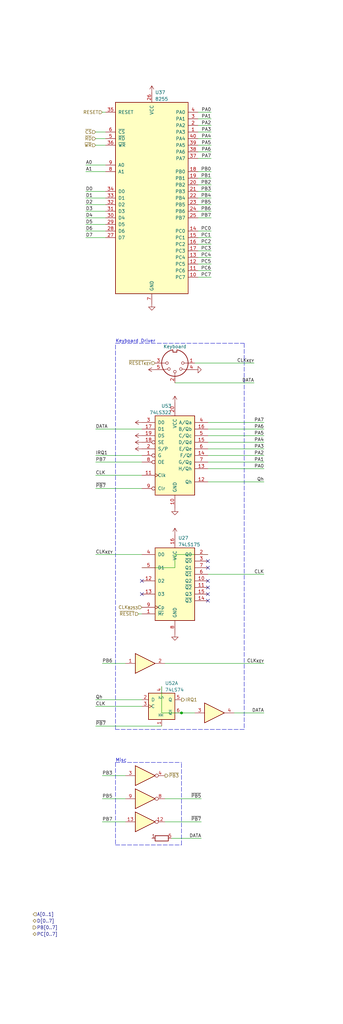
<source format=kicad_sch>
(kicad_sch (version 20211123) (generator eeschema)
  (paper "User" 132.004 394.005)
  (title_block (title "8255 Peripheral Interface"))
  (lib_symbols
    (symbol "74xx:74LS04"
      (property "Reference" "U" (at 0 1.27 0))
      (property "Value" "74LS04" (at 0 -1.27 0))
      (symbol "74LS04_1_0"
        (polyline (pts (xy -3.81 3.81) (xy -3.81 -3.81) (xy 3.81 0) (xy -3.81 3.81)) (stroke (width 0.254)) (fill (type background)))
        (pin input line (at -7.62 0 0) (length 3.81) (name "~") (number "1"))
        (pin output inverted (at 7.62 0 180) (length 3.81) (name "~") (number "2"))
      )
      (symbol "74LS04_2_0"
        (polyline (pts (xy -3.81 3.81) (xy -3.81 -3.81) (xy 3.81 0) (xy -3.81 3.81)) (stroke (width 0.254)) (fill (type background)))
        (pin input line (at -7.62 0 0) (length 3.81) (name "~") (number "3"))
        (pin output inverted (at 7.62 0 180) (length 3.81) (name "~") (number "4"))
      )
      (symbol "74LS04_3_0"
        (polyline (pts (xy -3.81 3.81) (xy -3.81 -3.81) (xy 3.81 0) (xy -3.81 3.81)) (stroke (width 0.254)) (fill (type background)))
        (pin input line (at -7.62 0 0) (length 3.81) (name "~") (number "5"))
        (pin output inverted (at 7.62 0 180) (length 3.81) (name "~") (number "6"))
      )
      (symbol "74LS04_4_0"
        (polyline (pts (xy -3.81 3.81) (xy -3.81 -3.81) (xy 3.81 0) (xy -3.81 3.81)) (stroke (width 0.254)) (fill (type background)))
        (pin output inverted (at 7.62 0 180) (length 3.81) (name "~") (number "8"))
        (pin input line (at -7.62 0 0) (length 3.81) (name "~") (number "9"))
      )
      (symbol "74LS04_5_0"
        (polyline (pts (xy -3.81 3.81) (xy -3.81 -3.81) (xy 3.81 0) (xy -3.81 3.81)) (stroke (width 0.254)) (fill (type background)))
        (pin output inverted (at 7.62 0 180) (length 3.81) (name "~") (number "10"))
        (pin input line (at -7.62 0 0) (length 3.81) (name "~") (number "11"))
      )
      (symbol "74LS04_6_0"
        (polyline (pts (xy -3.81 3.81) (xy -3.81 -3.81) (xy 3.81 0) (xy -3.81 3.81)) (stroke (width 0.254)) (fill (type background)))
        (pin output inverted (at 7.62 0 180) (length 3.81) (name "~") (number "12"))
        (pin input line (at -7.62 0 0) (length 3.81) (name "~") (number "13"))
      )
      (symbol "74LS04_7_0"
        (pin power_in line (at 0 12.7 270) (length 5.08) (name "VCC") (number "14"))
        (pin power_in line (at 0 -12.7 90) (length 5.08) (name "GND") (number "7"))
      )
      (symbol "74LS04_7_1"
        (rectangle (start -5.08 7.62) (end 5.08 -7.62) (stroke (width 0.254)) (fill (type background)))
      )
    )
    (symbol "74xx:74LS07" (pin_names (offset 1.016))
      (property "Reference" "U" (at 0 1.27 0))
      (property "Value" "74LS07" (at 0 -1.27 0))
      (symbol "74LS07_1_0"
        (polyline (pts (xy -3.81 3.81) (xy -3.81 -3.81) (xy 3.81 0) (xy -3.81 3.81)) (stroke (width 0.254)) (fill (type background)))
        (pin input line (at -7.62 0 0) (length 3.81) (name "~") (number "1"))
        (pin open_collector line (at 7.62 0 180) (length 3.81) (name "~") (number "2"))
      )
      (symbol "74LS07_2_0"
        (polyline (pts (xy -3.81 3.81) (xy -3.81 -3.81) (xy 3.81 0) (xy -3.81 3.81)) (stroke (width 0.254)) (fill (type background)))
        (pin input line (at -7.62 0 0) (length 3.81) (name "~") (number "3"))
        (pin open_collector line (at 7.62 0 180) (length 3.81) (name "~") (number "4"))
      )
      (symbol "74LS07_3_0"
        (polyline (pts (xy -3.81 3.81) (xy -3.81 -3.81) (xy 3.81 0) (xy -3.81 3.81)) (stroke (width 0.254)) (fill (type background)))
        (pin input line (at -7.62 0 0) (length 3.81) (name "~") (number "5"))
        (pin open_collector line (at 7.62 0 180) (length 3.81) (name "~") (number "6"))
      )
      (symbol "74LS07_4_0"
        (polyline (pts (xy -3.81 3.81) (xy -3.81 -3.81) (xy 3.81 0) (xy -3.81 3.81)) (stroke (width 0.254)) (fill (type background)))
        (pin open_collector line (at 7.62 0 180) (length 3.81) (name "~") (number "8"))
        (pin input line (at -7.62 0 0) (length 3.81) (name "~") (number "9"))
      )
      (symbol "74LS07_5_0"
        (polyline (pts (xy -3.81 3.81) (xy -3.81 -3.81) (xy 3.81 0) (xy -3.81 3.81)) (stroke (width 0.254)) (fill (type background)))
        (pin open_collector line (at 7.62 0 180) (length 3.81) (name "~") (number "10"))
        (pin input line (at -7.62 0 0) (length 3.81) (name "~") (number "11"))
      )
      (symbol "74LS07_6_0"
        (polyline (pts (xy -3.81 3.81) (xy -3.81 -3.81) (xy 3.81 0) (xy -3.81 3.81)) (stroke (width 0.254)) (fill (type background)))
        (pin open_collector line (at 7.62 0 180) (length 3.81) (name "~") (number "12"))
        (pin input line (at -7.62 0 0) (length 3.81) (name "~") (number "13"))
      )
      (symbol "74LS07_7_0"
        (pin power_in line (at 0 12.7 270) (length 5.08) (name "VCC") (number "14"))
        (pin power_in line (at 0 -12.7 90) (length 5.08) (name "GND") (number "7"))
      )
      (symbol "74LS07_7_1"
        (rectangle (start -5.08 7.62) (end 5.08 -7.62) (stroke (width 0.254)) (fill (type background)))
      )
    )
    (symbol "74xx:74LS175" (pin_names (offset 1.016))
      (property "Reference" "U" (at -7.62 13.97 0))
      (property "Value" "74LS175" (at -7.62 -16.51 0))
      (symbol "74LS175_1_0"
        (pin input line (at -12.7 -12.7 0) (length 5.08) (name "~{Mr}") (number "1"))
        (pin output line (at 12.7 0 180) (length 5.08) (name "Q2") (number "10"))
        (pin output line (at 12.7 -2.54 180) (length 5.08) (name "~{Q2}") (number "11"))
        (pin input line (at -12.7 0 0) (length 5.08) (name "D2") (number "12"))
        (pin input line (at -12.7 -5.08 0) (length 5.08) (name "D3") (number "13"))
        (pin output line (at 12.7 -7.62 180) (length 5.08) (name "~{Q3}") (number "14"))
        (pin output line (at 12.7 -5.08 180) (length 5.08) (name "Q3") (number "15"))
        (pin power_in line (at 0 17.78 270) (length 5.08) (name "VCC") (number "16"))
        (pin output line (at 12.7 10.16 180) (length 5.08) (name "Q0") (number "2"))
        (pin output line (at 12.7 7.62 180) (length 5.08) (name "~{Q0}") (number "3"))
        (pin input line (at -12.7 10.16 0) (length 5.08) (name "D0") (number "4"))
        (pin input line (at -12.7 5.08 0) (length 5.08) (name "D1") (number "5"))
        (pin output line (at 12.7 2.54 180) (length 5.08) (name "~{Q1}") (number "6"))
        (pin output line (at 12.7 5.08 180) (length 5.08) (name "Q1") (number "7"))
        (pin power_in line (at 0 -20.32 90) (length 5.08) (name "GND") (number "8"))
        (pin input clock (at -12.7 -10.16 0) (length 5.08) (name "Cp") (number "9"))
      )
      (symbol "74LS175_1_1"
        (rectangle (start -7.62 12.7) (end 7.62 -15.24) (stroke (width 0.254)) (fill (type background)))
      )
    )
    (symbol "74xx:74LS322" (pin_names (offset 1.016))
      (property "Reference" "U" (at -7.62 16.51 0))
      (property "Value" "74LS322" (at -7.62 -16.51 0))
      (symbol "74LS322_1_0"
        (pin input inverted (at -12.7 0 0) (length 5.08) (name "G") (number "1"))
        (pin power_in line (at 0 -20.32 90) (length 5.08) (name "GND") (number "10"))
        (pin input clock (at -12.7 -7.62 0) (length 5.08) (name "Clk") (number "11"))
        (pin output line (at 12.7 -10.16 180) (length 5.08) (name "Qh") (number "12"))
        (pin tri_state line (at 12.7 -5.08 180) (length 5.08) (name "H/Qh") (number "13"))
        (pin tri_state line (at 12.7 0 180) (length 5.08) (name "F/Qf") (number "14"))
        (pin tri_state line (at 12.7 5.08 180) (length 5.08) (name "D/Qd") (number "15"))
        (pin tri_state line (at 12.7 10.16 180) (length 5.08) (name "B/Qb") (number "16"))
        (pin input line (at -12.7 10.16 0) (length 5.08) (name "D1") (number "17"))
        (pin input inverted (at -12.7 5.08 0) (length 5.08) (name "SE") (number "18"))
        (pin input line (at -12.7 7.62 0) (length 5.08) (name "DS") (number "19"))
        (pin input line (at -12.7 2.54 0) (length 5.08) (name "S/P") (number "2"))
        (pin power_in line (at 0 20.32 270) (length 5.08) (name "VCC") (number "20"))
        (pin input line (at -12.7 12.7 0) (length 5.08) (name "D0") (number "3"))
        (pin tri_state line (at 12.7 12.7 180) (length 5.08) (name "A/Qa") (number "4"))
        (pin tri_state line (at 12.7 7.62 180) (length 5.08) (name "C/Qc") (number "5"))
        (pin tri_state line (at 12.7 2.54 180) (length 5.08) (name "E/Qe") (number "6"))
        (pin tri_state line (at 12.7 -2.54 180) (length 5.08) (name "G/Qg") (number "7"))
        (pin input inverted (at -12.7 -2.54 0) (length 5.08) (name "OE") (number "8"))
        (pin input inverted (at -12.7 -12.7 0) (length 5.08) (name "Clr") (number "9"))
      )
      (symbol "74LS322_1_1"
        (rectangle (start -7.62 15.24) (end 7.62 -15.24) (stroke (width 0.254)) (fill (type background)))
      )
    )
    (symbol "74xx:74LS74" (pin_names (offset 1.016))
      (property "Reference" "U" (at -7.62 8.89 0))
      (property "Value" "74LS74" (at -7.62 -8.89 0))
      (symbol "74LS74_1_0"
        (pin input line (at 0 -7.62 90) (length 2.54) (name "~{R}") (number "1"))
        (pin input line (at -7.62 2.54 0) (length 2.54) (name "D") (number "2"))
        (pin input clock (at -7.62 0 0) (length 2.54) (name "C") (number "3"))
        (pin input line (at 0 7.62 270) (length 2.54) (name "~{S}") (number "4"))
        (pin output line (at 7.62 2.54 180) (length 2.54) (name "Q") (number "5"))
        (pin output line (at 7.62 -2.54 180) (length 2.54) (name "~{Q}") (number "6"))
      )
      (symbol "74LS74_1_1"
        (rectangle (start -5.08 5.08) (end 5.08 -5.08) (stroke (width 0.254)) (fill (type background)))
      )
      (symbol "74LS74_2_0"
        (pin input line (at 0 7.62 270) (length 2.54) (name "~{S}") (number "10"))
        (pin input clock (at -7.62 0 0) (length 2.54) (name "C") (number "11"))
        (pin input line (at -7.62 2.54 0) (length 2.54) (name "D") (number "12"))
        (pin input line (at 0 -7.62 90) (length 2.54) (name "~{R}") (number "13"))
        (pin output line (at 7.62 -2.54 180) (length 2.54) (name "~{Q}") (number "8"))
        (pin output line (at 7.62 2.54 180) (length 2.54) (name "Q") (number "9"))
      )
      (symbol "74LS74_2_1"
        (rectangle (start -5.08 5.08) (end 5.08 -5.08) (stroke (width 0.254)) (fill (type background)))
      )
      (symbol "74LS74_3_0"
        (pin power_in line (at 0 10.16 270) (length 2.54) (name "VCC") (number "14"))
        (pin power_in line (at 0 -10.16 90) (length 2.54) (name "GND") (number "7"))
      )
      (symbol "74LS74_3_1"
        (rectangle (start -5.08 7.62) (end 5.08 -7.62) (stroke (width 0.254)) (fill (type background)))
      )
    )
    (symbol "Connector:DIN-5_180degree" (pin_names (offset 1.016))
      (property "Reference" "J" (at 3.175 5.715 0))
      (property "Value" "DIN-5_180degree" (at 0 -6.35 0))
      (symbol "DIN-5_180degree_0_1"
        (arc (start -5.08 0) (mid -3.8609 -3.3364) (end -0.762 -5.08) (stroke (width 0.254)))
        (circle (center -3.048 0) (radius 0.508))
        (circle (center -2.286 2.286) (radius 0.508))
        (polyline (pts (xy -5.08 0) (xy -3.556 0)))
        (polyline (pts (xy 0 5.08) (xy 0 3.81)))
        (polyline (pts (xy 5.08 0) (xy 3.556 0)))
        (polyline (pts (xy -5.08 2.54) (xy -4.318 2.54) (xy -2.794 2.286)))
        (polyline (pts (xy 5.08 2.54) (xy 4.318 2.54) (xy 2.794 2.286)))
        (polyline (pts (xy -0.762 -4.953) (xy -0.762 -4.191) (xy 0.762 -4.191) (xy 0.762 -4.953)) (stroke (width 0.254)))
        (circle (center 0 3.302) (radius 0.508))
        (arc (start 0.762 -5.08) (mid 3.8685 -3.343) (end 5.08 0) (stroke (width 0.254)))
        (circle (center 2.286 2.286) (radius 0.508))
        (circle (center 3.048 0) (radius 0.508))
        (arc (start 5.08 0) (mid 0 5.08) (end -5.08 0) (stroke (width 0.254)))
      )
      (symbol "DIN-5_180degree_1_1"
        (pin passive line (at -7.62 0 0) (length 2.54) (name "~") (number "1"))
        (pin passive line (at 0 7.62 270) (length 2.54) (name "~") (number "2"))
        (pin passive line (at 7.62 0 180) (length 2.54) (name "~") (number "3"))
        (pin passive line (at -7.62 2.54 0) (length 2.54) (name "~") (number "4"))
        (pin passive line (at 7.62 2.54 180) (length 2.54) (name "~") (number "5"))
      )
    )
    (symbol "Device:R_Network09_Split" (pin_names (offset 0) hide)
      (property "Reference" "RN" (at 2.032 0 90))
      (property "Value" "R_Network09_Split" (at 0 0 90))
      (symbol "R_Network09_Split_0_1"
        (rectangle (start 1.016 2.54) (end -1.016 -2.54) (stroke (width 0.254)))
      )
      (symbol "R_Network09_Split_1_1"
        (pin passive line (at 0 3.81 270) (length 1.27) (name "R1.1") (number "1"))
        (pin passive line (at 0 -3.81 90) (length 1.27) (name "R1.2") (number "2"))
      )
      (symbol "R_Network09_Split_2_1"
        (polyline (pts (xy 0 2.54) (xy 0 3.81)))
        (text "1" (at 0.889 3.175 900) (effects (font (size 1.27 1.27))))
        (pin passive line (at 0 -3.81 90) (length 1.27) (name "R2.2") (number "3"))
      )
      (symbol "R_Network09_Split_3_1"
        (polyline (pts (xy 0 2.54) (xy 0 3.81)))
        (text "1" (at 0.889 3.175 900) (effects (font (size 1.27 1.27))))
        (pin passive line (at 0 -3.81 90) (length 1.27) (name "R3.2") (number "4"))
      )
      (symbol "R_Network09_Split_4_1"
        (polyline (pts (xy 0 2.54) (xy 0 3.81)))
        (text "1" (at 0.889 3.175 900) (effects (font (size 1.27 1.27))))
        (pin passive line (at 0 -3.81 90) (length 1.27) (name "R4.2") (number "5"))
      )
      (symbol "R_Network09_Split_5_1"
        (polyline (pts (xy 0 2.54) (xy 0 3.81)))
        (text "1" (at 0.889 3.175 900) (effects (font (size 1.27 1.27))))
        (pin passive line (at 0 -3.81 90) (length 1.27) (name "R5.2") (number "6"))
      )
      (symbol "R_Network09_Split_6_1"
        (polyline (pts (xy 0 2.54) (xy 0 3.81)))
        (text "1" (at 0.889 3.175 900) (effects (font (size 1.27 1.27))))
        (pin passive line (at 0 -3.81 90) (length 1.27) (name "R6.2") (number "7"))
      )
      (symbol "R_Network09_Split_7_1"
        (polyline (pts (xy 0 2.54) (xy 0 3.81)))
        (text "1" (at 0.889 3.175 900) (effects (font (size 1.27 1.27))))
        (pin passive line (at 0 -3.81 90) (length 1.27) (name "R7.2") (number "8"))
      )
      (symbol "R_Network09_Split_8_1"
        (polyline (pts (xy 0 2.54) (xy 0 3.81)))
        (text "1" (at 0.889 3.175 900) (effects (font (size 1.27 1.27))))
        (pin passive line (at 0 -3.81 90) (length 1.27) (name "R8.2") (number "9"))
      )
      (symbol "R_Network09_Split_9_1"
        (polyline (pts (xy 0 2.54) (xy 0 3.81)))
        (text "1" (at 0.889 3.175 900) (effects (font (size 1.27 1.27))))
        (pin passive line (at 0 -3.81 90) (length 1.27) (name "R9.2") (number "10"))
      )
    )
    (symbol "Interface:8255" (pin_names (offset 1.016))
      (property "Reference" "U" (at -13.97 38.1 0))
      (property "Value" "8255" (at 8.89 38.1 0))
      (symbol "8255_1_1"
        (rectangle (start -13.97 -36.83) (end 13.97 36.83) (stroke (width 0.254)) (fill (type background)))
        (pin bidirectional line (at 17.78 25.4 180) (length 3.81) (name "PA3") (number "1"))
        (pin bidirectional line (at 17.78 -30.48 180) (length 3.81) (name "PC7") (number "10"))
        (pin bidirectional line (at 17.78 -27.94 180) (length 3.81) (name "PC6") (number "11"))
        (pin bidirectional line (at 17.78 -25.4 180) (length 3.81) (name "PC5") (number "12"))
        (pin bidirectional line (at 17.78 -22.86 180) (length 3.81) (name "PC4") (number "13"))
        (pin bidirectional line (at 17.78 -12.7 180) (length 3.81) (name "PC0") (number "14"))
        (pin bidirectional line (at 17.78 -15.24 180) (length 3.81) (name "PC1") (number "15"))
        (pin bidirectional line (at 17.78 -17.78 180) (length 3.81) (name "PC2") (number "16"))
        (pin bidirectional line (at 17.78 -20.32 180) (length 3.81) (name "PC3") (number "17"))
        (pin bidirectional line (at 17.78 10.16 180) (length 3.81) (name "PB0") (number "18"))
        (pin bidirectional line (at 17.78 7.62 180) (length 3.81) (name "PB1") (number "19"))
        (pin bidirectional line (at 17.78 27.94 180) (length 3.81) (name "PA2") (number "2"))
        (pin bidirectional line (at 17.78 5.08 180) (length 3.81) (name "PB2") (number "20"))
        (pin bidirectional line (at 17.78 2.54 180) (length 3.81) (name "PB3") (number "21"))
        (pin bidirectional line (at 17.78 0 180) (length 3.81) (name "PB4") (number "22"))
        (pin bidirectional line (at 17.78 -2.54 180) (length 3.81) (name "PB5") (number "23"))
        (pin bidirectional line (at 17.78 -5.08 180) (length 3.81) (name "PB6") (number "24"))
        (pin bidirectional line (at 17.78 -7.62 180) (length 3.81) (name "PB7") (number "25"))
        (pin power_in line (at 0 40.64 270) (length 3.81) (name "VCC") (number "26"))
        (pin bidirectional line (at -17.78 -15.24 0) (length 3.81) (name "D7") (number "27"))
        (pin bidirectional line (at -17.78 -12.7 0) (length 3.81) (name "D6") (number "28"))
        (pin bidirectional line (at -17.78 -10.16 0) (length 3.81) (name "D5") (number "29"))
        (pin bidirectional line (at 17.78 30.48 180) (length 3.81) (name "PA1") (number "3"))
        (pin bidirectional line (at -17.78 -7.62 0) (length 3.81) (name "D4") (number "30"))
        (pin bidirectional line (at -17.78 -5.08 0) (length 3.81) (name "D3") (number "31"))
        (pin bidirectional line (at -17.78 -2.54 0) (length 3.81) (name "D2") (number "32"))
        (pin bidirectional line (at -17.78 0 0) (length 3.81) (name "D1") (number "33"))
        (pin bidirectional line (at -17.78 2.54 0) (length 3.81) (name "D0") (number "34"))
        (pin input line (at -17.78 33.02 0) (length 3.81) (name "RESET") (number "35"))
        (pin input line (at -17.78 20.32 0) (length 3.81) (name "~{WR}") (number "36"))
        (pin bidirectional line (at 17.78 15.24 180) (length 3.81) (name "PA7") (number "37"))
        (pin bidirectional line (at 17.78 17.78 180) (length 3.81) (name "PA6") (number "38"))
        (pin bidirectional line (at 17.78 20.32 180) (length 3.81) (name "PA5") (number "39"))
        (pin bidirectional line (at 17.78 33.02 180) (length 3.81) (name "PA0") (number "4"))
        (pin bidirectional line (at 17.78 22.86 180) (length 3.81) (name "PA4") (number "40"))
        (pin input line (at -17.78 22.86 0) (length 3.81) (name "~{RD}") (number "5"))
        (pin input line (at -17.78 25.4 0) (length 3.81) (name "~{CS}") (number "6"))
        (pin power_in line (at 0 -40.64 90) (length 3.81) (name "GND") (number "7"))
        (pin input line (at -17.78 10.16 0) (length 3.81) (name "A1") (number "8"))
        (pin input line (at -17.78 12.7 0) (length 3.81) (name "A0") (number "9"))
      )
    )
    (symbol "power:GND" (power) (pin_names (offset 0))
      (property "Value" "GND" (at 0 -3.81 0))
      (symbol "GND_0_1"
        (polyline (pts (xy 0 0) (xy 0 -1.27) (xy 1.27 -1.27) (xy 0 -2.54) (xy -1.27 -1.27) (xy 0 -1.27)))
      )
      (symbol "GND_1_1"
        (pin power_in line (at 0 0 270) (length 0) hide (name "GND") (number "1"))
      )
    )
    (symbol "power:VCC" (power) (pin_names (offset 0))
      (property "Value" "VCC" (at 0 3.81 0))
      (symbol "VCC_0_1"
        (polyline (pts (xy -0.762 1.27) (xy 0 2.54)))
        (polyline (pts (xy 0 0) (xy 0 2.54)))
        (polyline (pts (xy 0 2.54) (xy 0.762 1.27)))
      )
      (symbol "VCC_1_1"
        (pin power_in line (at 0 0 90) (length 0) hide (name "VCC") (number "1"))
      )
    )
  )
  (junction (at 69.85 274.32))
  (no_connect (at 54.61 223.52))
  (no_connect (at 54.61 228.6))
  (no_connect (at 80.01 231.14))
  (no_connect (at 80.01 228.6))
  (no_connect (at 80.01 223.52))
  (no_connect (at 80.01 226.06))
  (no_connect (at 80.01 218.44))
  (no_connect (at 80.01 215.9))
  (wire (pts (xy 36.83 271.78) (xy 54.61 271.78)))
  (wire (pts (xy 76.2 78.74) (xy 81.28 78.74)))
  (wire (pts (xy 33.02 66.04) (xy 40.64 66.04)))
  (wire (pts (xy 39.37 43.18) (xy 40.64 43.18)))
  (polyline (pts (xy 44.45 280.67) (xy 44.45 132.08)))
  (wire (pts (xy 33.02 83.82) (xy 40.64 83.82)))
  (wire (pts (xy 62.23 264.16) (xy 62.23 274.32)))
  (wire (pts (xy 62.23 274.32) (xy 69.85 274.32)))
  (polyline (pts (xy 44.45 293.37) (xy 44.45 325.12)))
  (wire (pts (xy 76.2 96.52) (xy 81.28 96.52)))
  (wire (pts (xy 76.2 71.12) (xy 81.28 71.12)))
  (wire (pts (xy 80.01 213.36) (xy 67.31 213.36)))
  (wire (pts (xy 54.61 165.1) (xy 36.83 165.1)))
  (wire (pts (xy 76.2 53.34) (xy 81.28 53.34)))
  (wire (pts (xy 101.6 162.56) (xy 80.01 162.56)))
  (wire (pts (xy 33.02 81.28) (xy 40.64 81.28)))
  (wire (pts (xy 76.2 91.44) (xy 81.28 91.44)))
  (wire (pts (xy 101.6 175.26) (xy 80.01 175.26)))
  (wire (pts (xy 33.02 86.36) (xy 40.64 86.36)))
  (polyline (pts (xy 44.45 293.37) (xy 69.85 293.37)))
  (wire (pts (xy 54.61 175.26) (xy 36.83 175.26)))
  (wire (pts (xy 54.61 177.8) (xy 36.83 177.8)))
  (wire (pts (xy 101.6 165.1) (xy 80.01 165.1)))
  (wire (pts (xy 74.93 139.7) (xy 97.79 139.7)))
  (wire (pts (xy 101.6 185.42) (xy 80.01 185.42)))
  (wire (pts (xy 76.2 83.82) (xy 81.28 83.82)))
  (wire (pts (xy 76.2 60.96) (xy 81.28 60.96)))
  (wire (pts (xy 101.6 180.34) (xy 80.01 180.34)))
  (wire (pts (xy 76.2 101.6) (xy 81.28 101.6)))
  (polyline (pts (xy 93.98 280.67) (xy 44.45 280.67)))
  (wire (pts (xy 36.83 50.8) (xy 40.64 50.8)))
  (wire (pts (xy 101.6 167.64) (xy 80.01 167.64)))
  (wire (pts (xy 67.31 147.32) (xy 97.79 147.32)))
  (wire (pts (xy 54.61 187.96) (xy 36.83 187.96)))
  (wire (pts (xy 76.2 81.28) (xy 81.28 81.28)))
  (wire (pts (xy 54.61 213.36) (xy 36.83 213.36)))
  (wire (pts (xy 76.2 55.88) (xy 81.28 55.88)))
  (wire (pts (xy 76.2 93.98) (xy 81.28 93.98)))
  (wire (pts (xy 76.2 58.42) (xy 81.28 58.42)))
  (wire (pts (xy 54.61 182.88) (xy 36.83 182.88)))
  (wire (pts (xy 76.2 99.06) (xy 81.28 99.06)))
  (wire (pts (xy 80.01 220.98) (xy 101.6 220.98)))
  (wire (pts (xy 53.34 236.22) (xy 54.61 236.22)))
  (wire (pts (xy 39.37 298.45) (xy 48.26 298.45)))
  (wire (pts (xy 101.6 177.8) (xy 80.01 177.8)))
  (polyline (pts (xy 69.85 325.12) (xy 69.85 293.37)))
  (wire (pts (xy 76.2 43.18) (xy 81.28 43.18)))
  (wire (pts (xy 101.6 170.18) (xy 80.01 170.18)))
  (wire (pts (xy 39.37 316.23) (xy 48.26 316.23)))
  (wire (pts (xy 36.83 269.24) (xy 54.61 269.24)))
  (wire (pts (xy 33.02 88.9) (xy 40.64 88.9)))
  (polyline (pts (xy 93.98 132.08) (xy 93.98 280.67)))
  (wire (pts (xy 63.5 307.34) (xy 77.47 307.34)))
  (wire (pts (xy 39.37 307.34) (xy 48.26 307.34)))
  (wire (pts (xy 36.83 55.88) (xy 40.64 55.88)))
  (wire (pts (xy 76.2 48.26) (xy 81.28 48.26)))
  (wire (pts (xy 36.83 53.34) (xy 40.64 53.34)))
  (polyline (pts (xy 44.45 132.08) (xy 93.98 132.08)))
  (wire (pts (xy 76.2 88.9) (xy 81.28 88.9)))
  (wire (pts (xy 76.2 66.04) (xy 81.28 66.04)))
  (wire (pts (xy 76.2 106.68) (xy 81.28 106.68)))
  (wire (pts (xy 76.2 68.58) (xy 81.28 68.58)))
  (wire (pts (xy 33.02 76.2) (xy 40.64 76.2)))
  (wire (pts (xy 76.2 73.66) (xy 81.28 73.66)))
  (wire (pts (xy 63.5 316.23) (xy 77.47 316.23)))
  (wire (pts (xy 33.02 78.74) (xy 40.64 78.74)))
  (wire (pts (xy 66.04 322.58) (xy 77.47 322.58)))
  (wire (pts (xy 101.6 172.72) (xy 80.01 172.72)))
  (wire (pts (xy 33.02 91.44) (xy 40.64 91.44)))
  (wire (pts (xy 33.02 73.66) (xy 40.64 73.66)))
  (wire (pts (xy 74.93 274.32) (xy 69.85 274.32)))
  (wire (pts (xy 76.2 45.72) (xy 81.28 45.72)))
  (wire (pts (xy 76.2 76.2) (xy 81.28 76.2)))
  (wire (pts (xy 63.5 255.27) (xy 101.6 255.27)))
  (polyline (pts (xy 44.45 325.12) (xy 69.85 325.12)))
  (wire (pts (xy 36.83 279.4) (xy 62.23 279.4)))
  (wire (pts (xy 33.02 63.5) (xy 40.64 63.5)))
  (wire (pts (xy 90.17 274.32) (xy 101.6 274.32)))
  (wire (pts (xy 67.31 213.36) (xy 67.31 218.44)))
  (wire (pts (xy 76.2 104.14) (xy 81.28 104.14)))
  (wire (pts (xy 67.31 218.44) (xy 54.61 218.44)))
  (wire (pts (xy 76.2 50.8) (xy 81.28 50.8)))
  (wire (pts (xy 39.37 255.27) (xy 48.26 255.27)))
  (text "Keyboard Driver" (at 44.45 132.08 0) (effects (font (size 1.27 1.27)) (justify left bottom)))
  (text "Misc" (at 44.45 293.37 0) (effects (font (size 1.27 1.27)) (justify left bottom)))
  (label "D0" (at 33.02 73.66 0))
  (label "PA7" (at 81.28 60.96 180))
  (label "PC7" (at 81.28 106.68 180))
  (label "PA1" (at 101.6 177.8 180))
  (label "PA3" (at 101.6 172.72 180))
  (label "PA3" (at 81.28 50.8 180))
  (label "A1" (at 33.02 66.04 0))
  (label "PC1" (at 81.28 91.44 180))
  (label "CLK" (at 36.83 271.78 0))
  (label "PA6" (at 101.6 165.1 180))
  (label "DATA" (at 97.79 147.32 180))
  (label "DATA" (at 36.83 165.1 0))
  (label "PB0" (at 81.28 66.04 180))
  (label "D2" (at 33.02 78.74 0))
  (label "D7" (at 33.02 91.44 0))
  (label "PA0" (at 101.6 180.34 180))
  (label "PA4" (at 101.6 170.18 180))
  (label "CLK_{KEY}" (at 101.6 255.27 180))
  (label "~{PB7}" (at 77.47 316.23 180))
  (label "PB5" (at 39.37 307.34 0))
  (label "PA4" (at 81.28 53.34 180))
  (label "PB7" (at 81.28 83.82 180))
  (label "~{PB5}" (at 77.47 307.34 180))
  (label "CLK_{KEY}" (at 97.79 139.7 180))
  (label "PB7" (at 36.83 177.8 0))
  (label "DATA" (at 77.47 322.58 180))
  (label "D6" (at 33.02 88.9 0))
  (label "CLK" (at 101.6 220.98 180))
  (label "PB5" (at 81.28 78.74 180))
  (label "D5" (at 33.02 86.36 0))
  (label "PC6" (at 81.28 104.14 180))
  (label "PC2" (at 81.28 93.98 180))
  (label "PA2" (at 81.28 48.26 180))
  (label "PB3" (at 81.28 73.66 180))
  (label "PB1" (at 81.28 68.58 180))
  (label "PB7" (at 39.37 316.23 0))
  (label "PA5" (at 81.28 55.88 180))
  (label "PC5" (at 81.28 101.6 180))
  (label "PB3" (at 39.37 298.45 0))
  (label "CLK_{KEY}" (at 36.83 213.36 0))
  (label "Qh" (at 101.6 185.42 180))
  (label "IRQ1" (at 36.83 175.26 0))
  (label "PA1" (at 81.28 45.72 180))
  (label "A0" (at 33.02 63.5 0))
  (label "PB4" (at 81.28 76.2 180))
  (label "PC0" (at 81.28 88.9 180))
  (label "PC4" (at 81.28 99.06 180))
  (label "PB6" (at 81.28 81.28 180))
  (label "D3" (at 33.02 81.28 0))
  (label "D4" (at 33.02 83.82 0))
  (label "~{PB7}" (at 36.83 187.96 0))
  (label "CLK" (at 36.83 182.88 0))
  (label "Qh" (at 36.83 269.24 0))
  (label "PA2" (at 101.6 175.26 180))
  (label "PA5" (at 101.6 167.64 180))
  (label "PB2" (at 81.28 71.12 180))
  (label "PA7" (at 101.6 162.56 180))
  (label "D1" (at 33.02 76.2 0))
  (label "PA0" (at 81.28 43.18 180))
  (label "~{PB7}" (at 36.83 279.4 0))
  (label "PA6" (at 81.28 58.42 180))
  (label "DATA" (at 101.6 274.32 180))
  (label "PC3" (at 81.28 96.52 180))
  (label "PB6" (at 39.37 255.27 0))
  (hierarchical_label "A[0..1]" (shape input) (at 12.7 351.79 0))
  (hierarchical_label "~{PB3}" (shape output) (at 63.5 298.45 0))
  (hierarchical_label "D[0..7]" (shape bidirectional) (at 12.7 354.33 0))
  (hierarchical_label "PC[0..7]" (shape bidirectional) (at 12.7 359.41 0))
  (hierarchical_label "~{RESET}" (shape input) (at 53.34 236.22 180))
  (hierarchical_label "RESET" (shape input) (at 39.37 43.18 180))
  (hierarchical_label "PB[0..7]" (shape output) (at 12.7 356.87 0))
  (hierarchical_label "~{WR}" (shape input) (at 36.83 55.88 180))
  (hierarchical_label "~{CS}" (shape input) (at 36.83 50.8 180))
  (hierarchical_label "~{RD}" (shape input) (at 36.83 53.34 180))
  (hierarchical_label "~{RESET_{KEY}}" (shape input) (at 59.69 139.7 180))
  (hierarchical_label "IRQ1" (shape output) (at 69.85 269.24 0))
  (hierarchical_label "CLK_{8253}" (shape input) (at 54.61 233.68 180))
  (symbol (lib_id "74xx:74LS07") (at 82.55 274.32 0) (unit 2)
    (property "Reference" "U19" (effects hide))
    (property "Value" "74LS07" (effects hide))
    (property "Datasheet" "www.ti.com/lit/ds/symlink/sn74ls07.pdf" (effects hide))
  )
  (symbol (lib_id "Connector:DIN-5_180degree") (at 67.31 139.7 180) (unit 1)
    (property "Reference" "J?" (effects hide))
    (property "Value" "Keyboard" (at 67.31 133.35 0))
    (property "Datasheet" "http://www.mouser.com/ds/2/18/40_c091_abd_e-75918.pdf" (effects hide))
  )
  (symbol (lib_id "power:GND") (at 67.31 195.58 0) (mirror y) (unit 1)
    (property "Reference" "#PWR0273" (effects hide))
    (property "Value" "GND" (effects hide))
  )
  (symbol (lib_id "power:GND") (at 74.93 142.24 90) (unit 1)
    (property "Reference" "#PWR0272" (effects hide))
    (property "Value" "GND" (effects hide))
  )
  (symbol (lib_id "74xx:74LS07") (at 55.88 255.27 0) (mirror x) (unit 1)
    (property "Reference" "U19" (effects hide))
    (property "Value" "74LS07" (effects hide))
    (property "Datasheet" "www.ti.com/lit/ds/symlink/sn74ls07.pdf" (effects hide))
  )
  (symbol (lib_id "power:VCC") (at 58.42 35.56 0) (unit 1)
    (property "Reference" "#PWR0275" (effects hide))
    (property "Value" "VCC" (effects hide))
  )
  (symbol (lib_id "74xx:74LS74") (at 62.23 271.78 0) (unit 1)
    (property "Reference" "U52" (at 63.5 262.89 0) (effects (justify left)))
    (property "Value" "74LS74" (at 63.5 265.43 0) (effects (justify left)))
    (property "Datasheet" "74xx/74hc_hct74.pdf" (effects hide))
  )
  (symbol (lib_id "74xx:74LS04") (at 55.88 298.45 0) (unit 2)
    (property "Reference" "U18" (effects hide))
    (property "Value" "74LS04" (effects hide))
    (property "Datasheet" "http://www.ti.com/lit/gpn/sn74LS04" (effects hide))
  )
  (symbol (lib_id "power:GND") (at 67.31 243.84 0) (unit 1)
    (property "Reference" "#PWR0274" (effects hide))
    (property "Value" "GND" (effects hide))
  )
  (symbol (lib_id "power:VCC") (at 67.31 205.74 0) (unit 1)
    (property "Reference" "#PWR0271" (effects hide))
    (property "Value" "VCC" (effects hide))
  )
  (symbol (lib_id "Interface:8255") (at 58.42 76.2 0) (unit 1)
    (property "Reference" "U37" (at 59.69 35.56 0) (effects (justify left)))
    (property "Value" "8255" (at 59.69 38.1 0) (effects (justify left)))
    (property "Footprint" "Package_DIP:DIP-40_W15.24mm" (effects hide))
    (property "Datasheet" "http://aturing.umcs.maine.edu/~meadow/courses/cos335/Intel8255A.pdf" (effects hide))
  )
  (symbol (lib_id "power:VCC") (at 54.61 167.64 90) (mirror x) (unit 1)
    (property "Reference" "#PWR0267" (effects hide))
    (property "Value" "VCC" (effects hide))
  )
  (symbol (lib_id "power:VCC") (at 54.61 162.56 90) (mirror x) (unit 1)
    (property "Reference" "#PWR0268" (effects hide))
    (property "Value" "VCC" (effects hide))
  )
  (symbol (lib_id "74xx:74LS04") (at 55.88 316.23 0) (unit 6)
    (property "Reference" "U67" (effects hide))
    (property "Value" "74LS04" (effects hide))
    (property "Datasheet" "http://www.ti.com/lit/gpn/sn74LS04" (effects hide))
  )
  (symbol (lib_id "power:VCC") (at 54.61 170.18 90) (mirror x) (unit 1)
    (property "Reference" "#PWR0269" (effects hide))
    (property "Value" "VCC" (effects hide))
  )
  (symbol (lib_id "power:VCC") (at 54.61 172.72 90) (mirror x) (unit 1)
    (property "Reference" "#PWR0266" (effects hide))
    (property "Value" "VCC" (effects hide))
  )
  (symbol (lib_id "Device:R_Network09_Split") (at 62.23 322.58 90) (unit 4)
    (property "Reference" "Z1" (effects hide))
    (property "Value" "4.7k" (effects hide))
    (property "Footprint" "Resistor_THT:R_Array_SIP10" (effects hide))
    (property "Datasheet" "http://www.vishay.com/docs/31509/csc.pdf" (effects hide))
  )
  (symbol (lib_id "power:GND") (at 58.42 116.84 0) (unit 1)
    (property "Reference" "#PWR0278" (effects hide))
    (property "Value" "GND" (effects hide))
  )
  (symbol (lib_id "74xx:74LS322") (at 67.31 175.26 0) (unit 1)
    (property "Reference" "U53" (at 66.04 156.21 0) (effects (justify right)))
    (property "Value" "74LS322" (at 66.04 158.75 0) (effects (justify right)))
    (property "Datasheet" "http://www.ti.com/lit/gpn/sn74LS322" (effects hide))
  )
  (symbol (lib_id "power:VCC") (at 67.31 154.94 0) (mirror y) (unit 1)
    (property "Reference" "#PWR0265" (effects hide))
    (property "Value" "VCC" (effects hide))
  )
  (symbol (lib_id "power:VCC") (at 59.69 142.24 90) (unit 1)
    (property "Reference" "#PWR0270" (effects hide))
    (property "Value" "VCC" (effects hide))
  )
  (symbol (lib_id "74xx:74LS04") (at 55.88 307.34 0) (unit 4)
    (property "Reference" "U67" (effects hide))
    (property "Value" "74LS04" (effects hide))
    (property "Datasheet" "http://www.ti.com/lit/gpn/sn74LS04" (effects hide))
  )
  (symbol (lib_id "74xx:74LS175") (at 67.31 223.52 0) (unit 1)
    (property "Reference" "U27" (at 68.58 207.01 0) (effects (justify left)))
    (property "Value" "74LS175" (at 68.58 209.55 0) (effects (justify left)))
    (property "Datasheet" "http://www.ti.com/lit/gpn/sn74LS175" (effects hide))
  )
)
</source>
